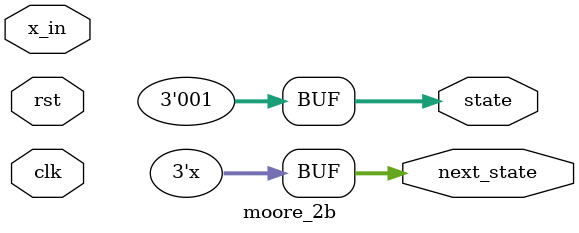
<source format=v>
`timescale 1ns / 1ps


module moore_2b(
    input clk, rst, x_in,
    output reg [2:0] next_state, state
    );
    parameter S0 = 3'b001, S1 = 3'b010, S2 = 3'b100;
    always @(posedge clk, negedge rst) begin
        if(rst)
            state <= next_state;
        else
            state <= S0;
    end
    always @(state, x_in) begin
        case(state)
            S0: if(x_in) next_state = S1; else next_state = S0;
            S1: if(x_in) next_state = S2; else next_state = S1;
            S2: if(x_in) next_state = S0; else next_state = S2;
            default: state <= S0;
        endcase
    end
endmodule

</source>
